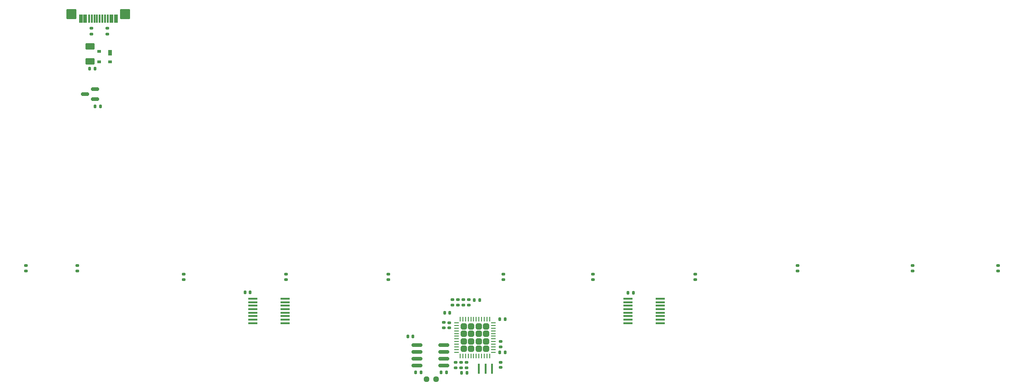
<source format=gbr>
%TF.GenerationSoftware,KiCad,Pcbnew,8.0.8*%
%TF.CreationDate,2025-03-01T19:11:40+01:00*%
%TF.ProjectId,travaulta WKL,74726176-6175-46c7-9461-20574b4c2e6b,rev?*%
%TF.SameCoordinates,Original*%
%TF.FileFunction,Paste,Bot*%
%TF.FilePolarity,Positive*%
%FSLAX46Y46*%
G04 Gerber Fmt 4.6, Leading zero omitted, Abs format (unit mm)*
G04 Created by KiCad (PCBNEW 8.0.8) date 2025-03-01 19:11:40*
%MOMM*%
%LPD*%
G01*
G04 APERTURE LIST*
G04 Aperture macros list*
%AMRoundRect*
0 Rectangle with rounded corners*
0 $1 Rounding radius*
0 $2 $3 $4 $5 $6 $7 $8 $9 X,Y pos of 4 corners*
0 Add a 4 corners polygon primitive as box body*
4,1,4,$2,$3,$4,$5,$6,$7,$8,$9,$2,$3,0*
0 Add four circle primitives for the rounded corners*
1,1,$1+$1,$2,$3*
1,1,$1+$1,$4,$5*
1,1,$1+$1,$6,$7*
1,1,$1+$1,$8,$9*
0 Add four rect primitives between the rounded corners*
20,1,$1+$1,$2,$3,$4,$5,0*
20,1,$1+$1,$4,$5,$6,$7,0*
20,1,$1+$1,$6,$7,$8,$9,0*
20,1,$1+$1,$8,$9,$2,$3,0*%
G04 Aperture macros list end*
%ADD10R,0.400000X1.900000*%
%ADD11RoundRect,0.140000X0.140000X0.170000X-0.140000X0.170000X-0.140000X-0.170000X0.140000X-0.170000X0*%
%ADD12RoundRect,0.140000X-0.140000X-0.170000X0.140000X-0.170000X0.140000X0.170000X-0.140000X0.170000X0*%
%ADD13RoundRect,0.140000X-0.170000X0.140000X-0.170000X-0.140000X0.170000X-0.140000X0.170000X0.140000X0*%
%ADD14RoundRect,0.150000X-0.825000X-0.150000X0.825000X-0.150000X0.825000X0.150000X-0.825000X0.150000X0*%
%ADD15RoundRect,0.135000X-0.185000X0.135000X-0.185000X-0.135000X0.185000X-0.135000X0.185000X0.135000X0*%
%ADD16RoundRect,0.135000X0.185000X-0.135000X0.185000X0.135000X-0.185000X0.135000X-0.185000X-0.135000X0*%
%ADD17RoundRect,0.135000X-0.135000X-0.185000X0.135000X-0.185000X0.135000X0.185000X-0.135000X0.185000X0*%
%ADD18RoundRect,0.250000X0.315000X-0.315000X0.315000X0.315000X-0.315000X0.315000X-0.315000X-0.315000X0*%
%ADD19RoundRect,0.062500X0.062500X-0.375000X0.062500X0.375000X-0.062500X0.375000X-0.062500X-0.375000X0*%
%ADD20RoundRect,0.062500X0.375000X-0.062500X0.375000X0.062500X-0.375000X0.062500X-0.375000X-0.062500X0*%
%ADD21R,1.778000X0.419100*%
%ADD22RoundRect,0.135000X0.135000X0.185000X-0.135000X0.185000X-0.135000X-0.185000X0.135000X-0.185000X0*%
%ADD23RoundRect,0.250000X-0.625000X0.375000X-0.625000X-0.375000X0.625000X-0.375000X0.625000X0.375000X0*%
%ADD24R,0.700000X1.000000*%
%ADD25R,0.700000X0.600000*%
%ADD26RoundRect,0.140000X0.170000X-0.140000X0.170000X0.140000X-0.170000X0.140000X-0.170000X-0.140000X0*%
%ADD27RoundRect,0.150000X0.587500X0.150000X-0.587500X0.150000X-0.587500X-0.150000X0.587500X-0.150000X0*%
%ADD28RoundRect,0.050000X-0.300000X-0.725000X0.300000X-0.725000X0.300000X0.725000X-0.300000X0.725000X0*%
%ADD29RoundRect,0.050000X-0.150000X-0.725000X0.150000X-0.725000X0.150000X0.725000X-0.150000X0.725000X0*%
%ADD30RoundRect,0.050000X-0.850000X-0.850000X0.850000X-0.850000X0.850000X0.850000X-0.850000X0.850000X0*%
%ADD31RoundRect,0.237500X0.250000X0.237500X-0.250000X0.237500X-0.250000X-0.237500X0.250000X-0.237500X0*%
G04 APERTURE END LIST*
D10*
%TO.C,Y1*%
X153416000Y-118745000D03*
X154616000Y-118745000D03*
X155816000Y-118745000D03*
%TD*%
D11*
%TO.C,C7*%
X147984000Y-108331000D03*
X147024000Y-108331000D03*
%TD*%
D12*
%TO.C,C12*%
X181178186Y-104534305D03*
X182138186Y-104534305D03*
%TD*%
D13*
%TO.C,C15*%
X149031000Y-117540000D03*
X149031000Y-118500000D03*
%TD*%
D14*
%TO.C,U5*%
X141899097Y-118120501D03*
X141899097Y-116850501D03*
X141899097Y-115580501D03*
X141899097Y-114310501D03*
X146849097Y-114310501D03*
X146849097Y-115580501D03*
X146849097Y-116850501D03*
X146849097Y-118120501D03*
%TD*%
D15*
%TO.C,R7*%
X146843750Y-110107000D03*
X146843750Y-111127000D03*
%TD*%
D16*
%TO.C,R11*%
X98425000Y-102110000D03*
X98425000Y-101090000D03*
%TD*%
D15*
%TO.C,R2*%
X151511000Y-105877000D03*
X151511000Y-106897000D03*
%TD*%
D12*
%TO.C,C9*%
X157311000Y-115663994D03*
X158271000Y-115663994D03*
%TD*%
D17*
%TO.C,R4*%
X152525000Y-105918000D03*
X153545000Y-105918000D03*
%TD*%
D18*
%TO.C,U1*%
X150554000Y-115003000D03*
X151954000Y-115003000D03*
X153354000Y-115003000D03*
X154754000Y-115003000D03*
X150554000Y-113603000D03*
X151954000Y-113603000D03*
X153354000Y-113603000D03*
X154754000Y-113603000D03*
X150554000Y-112203000D03*
X151954000Y-112203000D03*
X153354000Y-112203000D03*
X154754000Y-112203000D03*
X150554000Y-110803000D03*
X151954000Y-110803000D03*
X153354000Y-110803000D03*
X154754000Y-110803000D03*
D19*
X155404000Y-116340500D03*
X154904000Y-116340500D03*
X154404000Y-116340500D03*
X153904000Y-116340500D03*
X153404000Y-116340500D03*
X152904000Y-116340500D03*
X152404000Y-116340500D03*
X151904000Y-116340500D03*
X151404000Y-116340500D03*
X150904000Y-116340500D03*
X150404000Y-116340500D03*
X149904000Y-116340500D03*
D20*
X149216500Y-115653000D03*
X149216500Y-115153000D03*
X149216500Y-114653000D03*
X149216500Y-114153000D03*
X149216500Y-113653000D03*
X149216500Y-113153000D03*
X149216500Y-112653000D03*
X149216500Y-112153000D03*
X149216500Y-111653000D03*
X149216500Y-111153000D03*
X149216500Y-110653000D03*
X149216500Y-110153000D03*
D19*
X149904000Y-109465500D03*
X150404000Y-109465500D03*
X150904000Y-109465500D03*
X151404000Y-109465500D03*
X151904000Y-109465500D03*
X152404000Y-109465500D03*
X152904000Y-109465500D03*
X153404000Y-109465500D03*
X153904000Y-109465500D03*
X154404000Y-109465500D03*
X154904000Y-109465500D03*
X155404000Y-109465500D03*
D20*
X156091500Y-110153000D03*
X156091500Y-110653000D03*
X156091500Y-111153000D03*
X156091500Y-111653000D03*
X156091500Y-112153000D03*
X156091500Y-112653000D03*
X156091500Y-113153000D03*
X156091500Y-113653000D03*
X156091500Y-114153000D03*
X156091500Y-114653000D03*
X156091500Y-115153000D03*
X156091500Y-115653000D03*
%TD*%
D16*
%TO.C,R12*%
X157956250Y-102110000D03*
X157956250Y-101090000D03*
%TD*%
%TO.C,R15*%
X69088000Y-100522500D03*
X69088000Y-99502500D03*
%TD*%
D13*
%TO.C,C11*%
X151063000Y-117540000D03*
X151063000Y-118500000D03*
%TD*%
D16*
%TO.C,R13*%
X78581250Y-100522500D03*
X78581250Y-99502500D03*
%TD*%
D12*
%TO.C,C8*%
X157311000Y-109474000D03*
X158271000Y-109474000D03*
%TD*%
D16*
%TO.C,R10*%
X174625000Y-102110000D03*
X174625000Y-101090000D03*
%TD*%
D21*
%TO.C,U3*%
X187124340Y-105676700D03*
X187124340Y-106326940D03*
X187124340Y-106977180D03*
X187124340Y-107627420D03*
X187124340Y-108272580D03*
X187124340Y-108922820D03*
X187124340Y-109573060D03*
X187124340Y-110223300D03*
X181175660Y-110223300D03*
X181175660Y-109573060D03*
X181175660Y-108922820D03*
X181175660Y-108272580D03*
X181175660Y-107627420D03*
X181175660Y-106977180D03*
X181175660Y-106326940D03*
X181175660Y-105676700D03*
%TD*%
D16*
%TO.C,R1*%
X148463000Y-106897000D03*
X148463000Y-105877000D03*
%TD*%
%TO.C,R16*%
X234156250Y-100522500D03*
X234156250Y-99502500D03*
%TD*%
D11*
%TO.C,C14*%
X141132500Y-112712500D03*
X140172500Y-112712500D03*
%TD*%
D16*
%TO.C,R9*%
X149479000Y-106897000D03*
X149479000Y-105877000D03*
%TD*%
D11*
%TO.C,C13*%
X110811250Y-104485820D03*
X109851250Y-104485820D03*
%TD*%
D17*
%TO.C,R21*%
X146332687Y-119390501D03*
X147352687Y-119390501D03*
%TD*%
D12*
%TO.C,C5*%
X81943000Y-69850000D03*
X82903000Y-69850000D03*
%TD*%
D16*
%TO.C,R20*%
X193675000Y-102110000D03*
X193675000Y-101090000D03*
%TD*%
D22*
%TO.C,R23*%
X142592312Y-119390501D03*
X141572312Y-119390501D03*
%TD*%
D16*
%TO.C,R14*%
X212725000Y-100522500D03*
X212725000Y-99502500D03*
%TD*%
D17*
%TO.C,R6*%
X150169000Y-119507000D03*
X151189000Y-119507000D03*
%TD*%
D23*
%TO.C,F_USBC1*%
X80962500Y-58671000D03*
X80962500Y-61471000D03*
%TD*%
D24*
%TO.C,D1*%
X84693000Y-59829000D03*
D25*
X84693000Y-61529000D03*
X82693000Y-61529000D03*
X82693000Y-59629000D03*
%TD*%
D16*
%TO.C,R18*%
X81280000Y-56356250D03*
X81280000Y-55336250D03*
%TD*%
D15*
%TO.C,R3*%
X157410000Y-113663000D03*
X157410000Y-114683000D03*
%TD*%
%TO.C,R8*%
X150495000Y-105877000D03*
X150495000Y-106897000D03*
%TD*%
D16*
%TO.C,R5*%
X250064616Y-100522500D03*
X250064616Y-99502500D03*
%TD*%
D26*
%TO.C,C1*%
X147885000Y-111097000D03*
X147885000Y-110137000D03*
%TD*%
D12*
%TO.C,C4*%
X80927000Y-62865000D03*
X81887000Y-62865000D03*
%TD*%
D21*
%TO.C,U4*%
X117274340Y-105676700D03*
X117274340Y-106326940D03*
X117274340Y-106977180D03*
X117274340Y-107627420D03*
X117274340Y-108272580D03*
X117274340Y-108922820D03*
X117274340Y-109573060D03*
X117274340Y-110223300D03*
X111325660Y-110223300D03*
X111325660Y-109573060D03*
X111325660Y-108922820D03*
X111325660Y-108272580D03*
X111325660Y-107627420D03*
X111325660Y-106977180D03*
X111325660Y-106326940D03*
X111325660Y-105676700D03*
%TD*%
D13*
%TO.C,C6*%
X157410000Y-117503000D03*
X157410000Y-118463000D03*
%TD*%
D27*
%TO.C,U2*%
X81963500Y-66614000D03*
X81963500Y-68514000D03*
X80088500Y-67564000D03*
%TD*%
D28*
%TO.C,USB1*%
X79325000Y-53538750D03*
X80100000Y-53538750D03*
D29*
X80800000Y-53538750D03*
X81300000Y-53538750D03*
X81800000Y-53538750D03*
X82300000Y-53538750D03*
X82800000Y-53538750D03*
X83300000Y-53538750D03*
X83800000Y-53538750D03*
X84300000Y-53538750D03*
D28*
X85000000Y-53538750D03*
X85775000Y-53538750D03*
D30*
X77550000Y-52643750D03*
X87550000Y-52643750D03*
%TD*%
D31*
%TO.C,JP1*%
X145462340Y-120650000D03*
X143637340Y-120650000D03*
%TD*%
D16*
%TO.C,R19*%
X136525000Y-102110000D03*
X136525000Y-101090000D03*
%TD*%
D15*
%TO.C,R24*%
X84201000Y-55336250D03*
X84201000Y-56356250D03*
%TD*%
D13*
%TO.C,C10*%
X150047000Y-117540000D03*
X150047000Y-118500000D03*
%TD*%
D16*
%TO.C,R17*%
X117475000Y-102110000D03*
X117475000Y-101090000D03*
%TD*%
M02*

</source>
